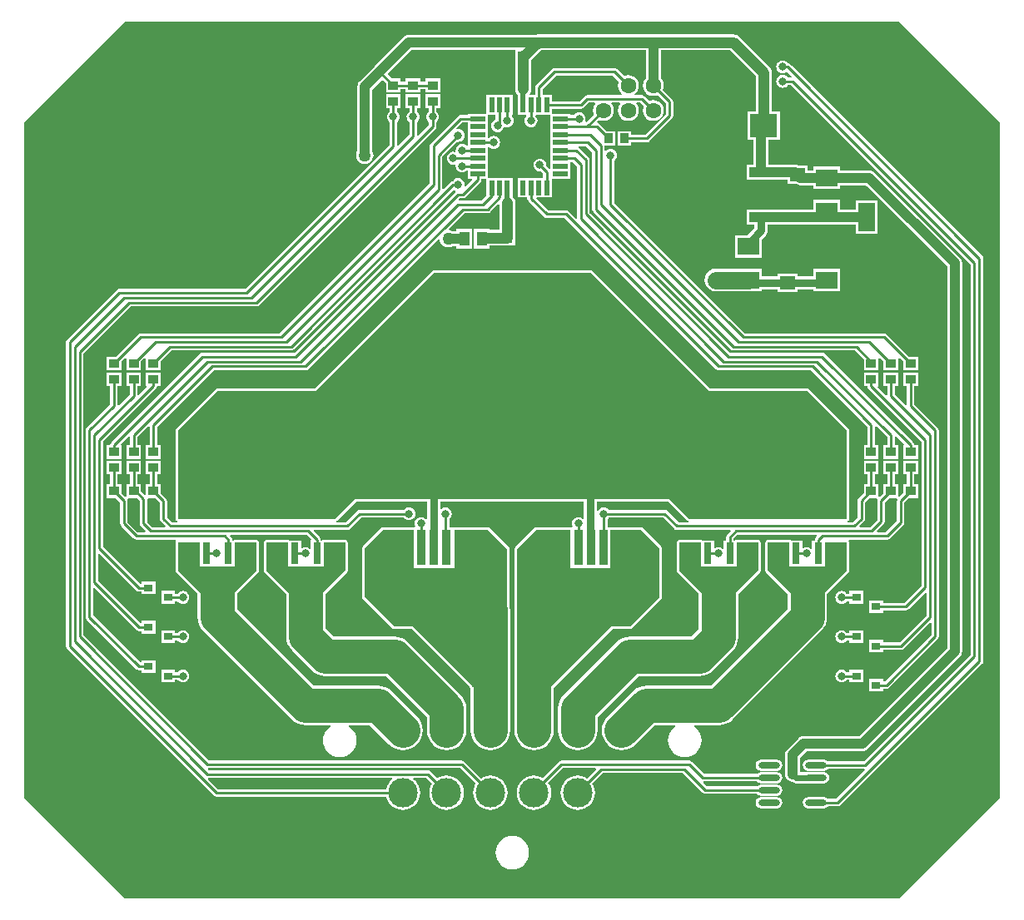
<source format=gtl>
G04 Layer_Physical_Order=1*
G04 Layer_Color=255*
%FSLAX25Y25*%
%MOIN*%
G70*
G01*
G75*
%ADD10R,0.10236X0.12598*%
%ADD11R,0.03937X0.03543*%
%ADD12R,0.03543X0.03150*%
%ADD13R,0.03347X0.13976*%
%ADD14R,0.39961X0.34252*%
%ADD15R,0.22835X0.25197*%
%ADD16R,0.03150X0.08661*%
%ADD17R,0.03543X0.03937*%
%ADD18R,0.04331X0.04331*%
%ADD19R,0.02165X0.05906*%
%ADD20R,0.05906X0.02165*%
%ADD21R,0.10906X0.09252*%
%ADD22R,0.06102X0.05315*%
%ADD23R,0.08661X0.07087*%
%ADD24R,0.06693X0.11417*%
%ADD25R,0.26772X0.21850*%
%ADD26R,0.09449X0.03937*%
%ADD27O,0.08661X0.02362*%
%ADD28R,0.04331X0.04331*%
%ADD29R,0.04449X0.05787*%
%ADD30C,0.00984*%
%ADD31C,0.03937*%
%ADD32C,0.02362*%
%ADD33C,0.07087*%
%ADD34C,0.03150*%
%ADD35C,0.04331*%
%ADD36C,0.02165*%
%ADD37C,0.13780*%
%ADD38C,0.30315*%
%ADD39C,0.11811*%
%ADD40C,0.15748*%
%ADD41C,0.06299*%
%ADD42C,0.03150*%
%ADD43C,0.05000*%
%ADD44C,0.02362*%
G36*
X392188Y312537D02*
Y41794D01*
X351907Y1513D01*
X41794D01*
X1513Y41794D01*
Y312537D01*
X41794Y352817D01*
X351907D01*
X392188Y312537D01*
D02*
G37*
%LPC*%
G36*
X305118Y337227D02*
X304450Y337139D01*
X303828Y336881D01*
X303293Y336471D01*
X302883Y335936D01*
X302625Y335314D01*
X302537Y334646D01*
X302625Y333978D01*
X302883Y333355D01*
X303293Y332821D01*
X303828Y332410D01*
X304450Y332153D01*
X305118Y332065D01*
X305786Y332153D01*
X306409Y332410D01*
X306853Y332751D01*
X308858Y330745D01*
X308651Y330245D01*
X307189D01*
X306943Y330565D01*
X306409Y330976D01*
X305786Y331233D01*
X305118Y331321D01*
X304450Y331233D01*
X303828Y330976D01*
X303293Y330565D01*
X302883Y330031D01*
X302625Y329408D01*
X302537Y328740D01*
X302625Y328072D01*
X302883Y327450D01*
X303293Y326915D01*
X303828Y326505D01*
X304450Y326247D01*
X305118Y326159D01*
X305786Y326247D01*
X306409Y326505D01*
X306943Y326915D01*
X307189Y327235D01*
X308432D01*
X331613Y304054D01*
X331613Y304054D01*
X380384Y255282D01*
Y99049D01*
X343424Y62088D01*
X343424Y62088D01*
X337585Y56249D01*
X323252D01*
X323215Y56305D01*
X322498Y56784D01*
X321654Y56952D01*
X315354D01*
X314509Y56784D01*
X313793Y56305D01*
X313315Y55589D01*
X313146Y54744D01*
X313315Y53899D01*
X313793Y53183D01*
X314509Y52704D01*
X315354Y52536D01*
X321654D01*
X322498Y52704D01*
X323215Y53183D01*
X323252Y53239D01*
X337805D01*
X338012Y52739D01*
X326522Y41249D01*
X323252D01*
X323215Y41305D01*
X322498Y41784D01*
X321654Y41952D01*
X315354D01*
X314509Y41784D01*
X313793Y41305D01*
X313315Y40589D01*
X313146Y39744D01*
X313315Y38899D01*
X313793Y38183D01*
X314509Y37704D01*
X315354Y37536D01*
X321654D01*
X322498Y37704D01*
X323215Y38183D01*
X323252Y38239D01*
X327146D01*
X327722Y38353D01*
X328210Y38680D01*
X384923Y95392D01*
X385249Y95881D01*
X385364Y96457D01*
Y257874D01*
X385249Y258450D01*
X384923Y258938D01*
X308151Y335710D01*
X307663Y336036D01*
X307207Y336127D01*
X306943Y336471D01*
X306409Y336881D01*
X305786Y337139D01*
X305118Y337227D01*
D02*
G37*
G36*
X196949Y323228D02*
X186516D01*
Y315846D01*
X179134D01*
Y315285D01*
X175984D01*
X175408Y315170D01*
X174920Y314844D01*
X164290Y304214D01*
X163964Y303726D01*
X163849Y303150D01*
Y288025D01*
X103707Y227883D01*
X48031D01*
X47455Y227769D01*
X46967Y227442D01*
X38029Y218504D01*
X34449D01*
Y212992D01*
X40354D01*
Y216572D01*
X41823Y218040D01*
X42323Y217833D01*
Y212992D01*
X48228D01*
Y216572D01*
X49697Y218040D01*
X50197Y217833D01*
Y212992D01*
X56102D01*
Y216572D01*
X60466Y220936D01*
X108268D01*
X108844Y221050D01*
X109332Y221376D01*
X173462Y285507D01*
X173906Y285166D01*
X174079Y285095D01*
X174135Y284530D01*
X174132Y284529D01*
X109613Y220009D01*
X72835D01*
X72259Y219895D01*
X71770Y219568D01*
X36337Y184135D01*
X36011Y183647D01*
X35896Y183071D01*
X34449D01*
Y177559D01*
X40354D01*
Y183071D01*
X40184D01*
X39992Y183533D01*
X43270Y186811D01*
X43770Y186604D01*
Y183071D01*
X42323D01*
Y177559D01*
X48228D01*
Y183071D01*
X46781D01*
Y186384D01*
X51144Y190748D01*
X51644Y190541D01*
Y183071D01*
X50197D01*
Y177559D01*
X56102D01*
Y183071D01*
X54655D01*
Y190321D01*
X77395Y213062D01*
X114173D01*
X114749Y213176D01*
X115238Y213503D01*
X167269Y265534D01*
X167797Y265355D01*
X167865Y264839D01*
X168216Y263991D01*
X168775Y263263D01*
X169503Y262704D01*
X170350Y262353D01*
X171260Y262234D01*
X172169Y262353D01*
X173017Y262704D01*
X173102Y262770D01*
X174409D01*
Y261870D01*
X180827D01*
Y269626D01*
X174409D01*
Y268726D01*
X173102D01*
X173017Y268792D01*
X172169Y269143D01*
X171653Y269211D01*
X171474Y269739D01*
X177789Y276054D01*
X187008D01*
X187584Y276168D01*
X188072Y276495D01*
X191243Y279665D01*
X191705Y279474D01*
Y275984D01*
Y269319D01*
X187795D01*
Y269626D01*
X181378D01*
Y261870D01*
X187795D01*
Y262965D01*
X194882D01*
X195088Y262992D01*
X198031D01*
Y265935D01*
X198059Y266142D01*
Y275984D01*
Y280283D01*
X197950Y281105D01*
X197633Y281871D01*
X197128Y282529D01*
X196989Y282636D01*
Y286221D01*
X196949Y286424D01*
Y290158D01*
X187008D01*
Y292815D01*
Y295965D01*
Y299114D01*
Y302384D01*
X187508Y302554D01*
X187545Y302506D01*
X188080Y302095D01*
X188702Y301837D01*
X189370Y301750D01*
X190038Y301837D01*
X190661Y302095D01*
X191195Y302506D01*
X191605Y303040D01*
X191863Y303663D01*
X191951Y304331D01*
X191863Y304999D01*
X191605Y305621D01*
X191195Y306156D01*
X190661Y306566D01*
X190038Y306824D01*
X189370Y306912D01*
X188702Y306824D01*
X188080Y306566D01*
X187545Y306156D01*
X187508Y306107D01*
X187008Y306277D01*
Y308563D01*
Y311713D01*
Y315354D01*
X190227D01*
Y313496D01*
X189654Y313259D01*
X189120Y312849D01*
X188710Y312314D01*
X188452Y311692D01*
X188364Y311024D01*
X188452Y310356D01*
X188710Y309733D01*
X189120Y309198D01*
X189654Y308788D01*
X190277Y308530D01*
X190945Y308442D01*
X191613Y308530D01*
X192235Y308788D01*
X192770Y309198D01*
X193180Y309733D01*
X193438Y310356D01*
X193974Y310598D01*
X194214Y310499D01*
X194882Y310411D01*
X195550Y310499D01*
X196172Y310757D01*
X196707Y311167D01*
X197117Y311702D01*
X197375Y312324D01*
X197463Y312992D01*
X197375Y313660D01*
X197117Y314283D01*
X196707Y314817D01*
X196659Y314854D01*
X196828Y315354D01*
X196949D01*
Y323228D01*
D02*
G37*
G36*
X167913Y323622D02*
X162008D01*
Y318110D01*
X163455D01*
Y316637D01*
X163136Y316392D01*
X162725Y315858D01*
X162468Y315235D01*
X162380Y314567D01*
X162468Y313899D01*
X162725Y313276D01*
X163136Y312742D01*
X163455Y312496D01*
Y311253D01*
X159092Y306890D01*
X158592Y307097D01*
Y312496D01*
X158912Y312742D01*
X159322Y313276D01*
X159580Y313899D01*
X159668Y314567D01*
X159580Y315235D01*
X159322Y315858D01*
X158912Y316392D01*
X158592Y316637D01*
Y318110D01*
X160039D01*
Y323622D01*
X154134D01*
Y318110D01*
X155581D01*
Y316637D01*
X155262Y316392D01*
X154851Y315858D01*
X154593Y315235D01*
X154506Y314567D01*
X154593Y313899D01*
X154851Y313276D01*
X155262Y312742D01*
X155581Y312496D01*
Y307316D01*
X151218Y302953D01*
X150718Y303160D01*
Y312496D01*
X151038Y312742D01*
X151448Y313276D01*
X151706Y313899D01*
X151794Y314567D01*
X151706Y315235D01*
X151448Y315858D01*
X151038Y316392D01*
X150718Y316637D01*
Y318110D01*
X152165D01*
Y323622D01*
X146260D01*
Y318110D01*
X147707D01*
Y316637D01*
X147388Y316392D01*
X146977Y315858D01*
X146719Y315235D01*
X146632Y314567D01*
X146719Y313899D01*
X146977Y313276D01*
X147388Y312742D01*
X147707Y312496D01*
Y303379D01*
X89928Y245600D01*
X39370D01*
X38794Y245485D01*
X38306Y245159D01*
X18621Y225474D01*
X18294Y224986D01*
X18180Y224410D01*
Y102362D01*
X18294Y101786D01*
X18621Y101298D01*
X77298Y42621D01*
X77786Y42294D01*
X78362Y42180D01*
X146313D01*
X146660Y41036D01*
X147300Y39839D01*
X148161Y38790D01*
X149210Y37929D01*
X150407Y37289D01*
X151706Y36895D01*
X153056Y36762D01*
X154407Y36895D01*
X155706Y37289D01*
X156903Y37929D01*
X157952Y38790D01*
X158813Y39839D01*
X159452Y41036D01*
X159846Y42334D01*
X159979Y43685D01*
X159846Y45036D01*
X159452Y46334D01*
X158813Y47531D01*
X157952Y48580D01*
X157226Y49176D01*
X157405Y49676D01*
X162437D01*
X164724Y47389D01*
X164160Y46334D01*
X163766Y45036D01*
X163633Y43685D01*
X163766Y42334D01*
X164160Y41036D01*
X164800Y39839D01*
X165661Y38790D01*
X166710Y37929D01*
X167907Y37289D01*
X169206Y36895D01*
X170556Y36762D01*
X171907Y36895D01*
X173206Y37289D01*
X174403Y37929D01*
X175452Y38790D01*
X176313Y39839D01*
X176952Y41036D01*
X177346Y42334D01*
X177479Y43685D01*
X177346Y45036D01*
X176952Y46334D01*
X176313Y47531D01*
X175452Y48580D01*
X174403Y49441D01*
X173206Y50081D01*
X171907Y50475D01*
X170556Y50608D01*
X169206Y50475D01*
X167907Y50081D01*
X166853Y49518D01*
X164125Y52245D01*
X163636Y52572D01*
X163060Y52686D01*
X75427D01*
X75000Y53113D01*
X75207Y53613D01*
X176000D01*
X182224Y47389D01*
X181660Y46334D01*
X181266Y45036D01*
X181133Y43685D01*
X181266Y42334D01*
X181660Y41036D01*
X182300Y39839D01*
X183161Y38790D01*
X184210Y37929D01*
X185407Y37289D01*
X186706Y36895D01*
X188056Y36762D01*
X189407Y36895D01*
X190706Y37289D01*
X191903Y37929D01*
X192952Y38790D01*
X193813Y39839D01*
X194452Y41036D01*
X194846Y42334D01*
X194979Y43685D01*
X194846Y45036D01*
X194452Y46334D01*
X193813Y47531D01*
X192952Y48580D01*
X191903Y49441D01*
X190706Y50081D01*
X189407Y50475D01*
X188056Y50608D01*
X186706Y50475D01*
X185407Y50081D01*
X184353Y49518D01*
X177688Y56182D01*
X177199Y56509D01*
X176623Y56623D01*
X75427D01*
X25127Y106923D01*
Y219849D01*
X43931Y238652D01*
X94488D01*
X95064Y238767D01*
X95553Y239093D01*
X166025Y309565D01*
X166351Y310054D01*
X166466Y310630D01*
Y312496D01*
X166786Y312742D01*
X167196Y313276D01*
X167454Y313899D01*
X167542Y314567D01*
X167454Y315235D01*
X167196Y315858D01*
X166786Y316392D01*
X166466Y316637D01*
Y318110D01*
X167913D01*
Y323622D01*
D02*
G37*
G36*
X328150Y281299D02*
X317520D01*
Y277466D01*
X296457D01*
X296263Y277441D01*
X290748D01*
Y271535D01*
X293876D01*
Y269967D01*
X291035Y267126D01*
X286024D01*
Y258071D01*
X296654D01*
Y265444D01*
X298282Y267073D01*
X298692Y267607D01*
X298950Y268230D01*
X299038Y268898D01*
Y271510D01*
X334252D01*
Y267618D01*
X342913D01*
Y281004D01*
X334252D01*
Y277466D01*
X328150D01*
Y281299D01*
D02*
G37*
G36*
X291339Y253779D02*
X278346D01*
X277165Y253624D01*
X276063Y253167D01*
X275117Y252442D01*
X274392Y251496D01*
X273935Y250395D01*
X273780Y249213D01*
X273935Y248031D01*
X274392Y246929D01*
X275117Y245984D01*
X276063Y245258D01*
X277165Y244802D01*
X278346Y244646D01*
X291339D01*
X291635Y244685D01*
X296654D01*
Y245450D01*
X303051D01*
Y244390D01*
X311122D01*
Y245450D01*
X317520D01*
Y244685D01*
X328150D01*
Y253740D01*
X317520D01*
Y250613D01*
X311122D01*
Y251673D01*
X303051D01*
Y250613D01*
X296654D01*
Y253740D01*
X291635D01*
X291339Y253779D01*
D02*
G37*
G36*
X56102Y212205D02*
X50197D01*
Y206693D01*
X50367D01*
X50559Y206231D01*
X47281Y202953D01*
X46781Y203160D01*
Y206693D01*
X48228D01*
Y212205D01*
X42323D01*
Y206693D01*
X43770D01*
Y203379D01*
X39407Y199016D01*
X38907Y199223D01*
Y206693D01*
X40354D01*
Y212205D01*
X34449D01*
Y206693D01*
X35896D01*
Y199442D01*
X26495Y190041D01*
X26168Y189552D01*
X26054Y188976D01*
Y114173D01*
X26168Y113597D01*
X26495Y113109D01*
X46376Y93227D01*
X46865Y92901D01*
X47441Y92786D01*
X48425D01*
Y91732D01*
X53937D01*
Y96850D01*
X48425D01*
Y96133D01*
X47925Y95936D01*
X29064Y114797D01*
Y125634D01*
X29526Y125825D01*
X46376Y108975D01*
X46865Y108649D01*
X47441Y108534D01*
X48425D01*
Y107480D01*
X53937D01*
Y112598D01*
X48425D01*
Y111881D01*
X47925Y111684D01*
X31033Y128576D01*
Y139413D01*
X31495Y139605D01*
X46376Y124723D01*
X46865Y124397D01*
X47441Y124282D01*
X48425D01*
Y123228D01*
X53937D01*
Y128347D01*
X48425D01*
Y127629D01*
X47925Y127432D01*
X33001Y142356D01*
Y184416D01*
X54214Y205628D01*
X54540Y206117D01*
X54655Y206693D01*
X56102D01*
Y212205D01*
D02*
G37*
G36*
X359252D02*
X353346D01*
Y206693D01*
X354794D01*
Y199223D01*
X354294Y199016D01*
X349931Y203379D01*
Y206693D01*
X351378D01*
Y212205D01*
X345472D01*
Y206693D01*
X346920D01*
Y203160D01*
X346420Y202953D01*
X343142Y206231D01*
X343333Y206693D01*
X343504D01*
Y212205D01*
X337598D01*
Y206693D01*
X339046D01*
X339160Y206117D01*
X339487Y205628D01*
X360699Y184416D01*
Y126608D01*
X353904Y119812D01*
X345276D01*
Y120866D01*
X339764D01*
Y115748D01*
X345276D01*
Y116802D01*
X354528D01*
X355104Y116916D01*
X355592Y117243D01*
X362206Y123857D01*
X362668Y123665D01*
Y114797D01*
X351936Y104064D01*
X345276D01*
Y105118D01*
X339764D01*
Y100000D01*
X345276D01*
Y101054D01*
X352559D01*
X353135Y101168D01*
X353624Y101495D01*
X364175Y112046D01*
X364636Y111854D01*
Y106923D01*
X346030Y88316D01*
X345276D01*
Y89370D01*
X339764D01*
Y84252D01*
X345276D01*
Y85306D01*
X346654D01*
X347230Y85420D01*
X347718Y85747D01*
X367206Y105235D01*
X367532Y105723D01*
X367647Y106299D01*
Y188976D01*
X367532Y189552D01*
X367206Y190041D01*
X357804Y199442D01*
Y206693D01*
X359252D01*
Y212205D01*
D02*
G37*
G36*
X228346Y252972D02*
X165354Y252972D01*
X164970Y252896D01*
X164645Y252678D01*
X117695Y205728D01*
X78740Y205728D01*
X78356Y205651D01*
X78031Y205434D01*
X62283Y189686D01*
X62065Y189360D01*
X61989Y188976D01*
X61989Y153543D01*
X62065Y153159D01*
X62283Y152834D01*
X62608Y152616D01*
X62710Y152596D01*
X62661Y152096D01*
X60663D01*
X58592Y154167D01*
Y160630D01*
X58477Y161206D01*
X58151Y161694D01*
X56102Y163743D01*
Y167323D01*
X54655D01*
Y171260D01*
X56102D01*
Y176772D01*
X50197D01*
Y171260D01*
X51644D01*
Y167323D01*
X50197D01*
Y163215D01*
X49735Y163024D01*
X48228Y164530D01*
Y167323D01*
X46781D01*
Y171260D01*
X48228D01*
Y176772D01*
X42323D01*
Y171260D01*
X43770D01*
Y167323D01*
X42323D01*
Y162482D01*
X41823Y162275D01*
X40354Y163743D01*
Y167323D01*
X38907D01*
Y171260D01*
X40354D01*
Y176772D01*
X34449D01*
Y171260D01*
X35896D01*
Y167323D01*
X34449D01*
Y161811D01*
X38029D01*
X39833Y160006D01*
Y151575D01*
X39948Y150999D01*
X40274Y150510D01*
X45195Y145589D01*
X45684Y145263D01*
X46260Y145148D01*
X61957D01*
X61974Y145131D01*
X62178Y144648D01*
X62065Y144478D01*
X61989Y144095D01*
Y132677D01*
X62065Y132293D01*
X62283Y131968D01*
X70828Y123422D01*
Y114173D01*
X70980Y112630D01*
X71430Y111145D01*
X72162Y109777D01*
X73146Y108579D01*
X108579Y73146D01*
X109777Y72162D01*
X111145Y71430D01*
X112630Y70980D01*
X114173Y70828D01*
X114173Y70828D01*
X124066D01*
X124188Y70343D01*
X124064Y70277D01*
X123045Y69441D01*
X122208Y68421D01*
X121587Y67259D01*
X121204Y65997D01*
X121075Y64685D01*
X121204Y63373D01*
X121587Y62111D01*
X122208Y60949D01*
X123045Y59930D01*
X124064Y59093D01*
X125227Y58472D01*
X126488Y58089D01*
X127800Y57960D01*
X129112Y58089D01*
X130374Y58472D01*
X131537Y59093D01*
X132556Y59930D01*
X133392Y60949D01*
X134014Y62111D01*
X134397Y63373D01*
X134526Y64685D01*
X134397Y65997D01*
X134014Y67259D01*
X133392Y68421D01*
X132556Y69441D01*
X131537Y70277D01*
X131413Y70343D01*
X131535Y70828D01*
X139724D01*
X147462Y63090D01*
X148661Y62106D01*
X150029Y61375D01*
X151513Y60925D01*
X153056Y60773D01*
X154600Y60925D01*
X156084Y61375D01*
X157452Y62106D01*
X158651Y63090D01*
X159635Y64289D01*
X160366Y65657D01*
X160816Y67141D01*
X160968Y68685D01*
X160816Y70229D01*
X160366Y71713D01*
X159635Y73081D01*
X158651Y74280D01*
X148596Y84335D01*
X147397Y85319D01*
X146029Y86050D01*
X144545Y86500D01*
X143001Y86652D01*
X117450D01*
X86652Y117450D01*
Y123422D01*
X95198Y131968D01*
X95415Y132293D01*
X95492Y132677D01*
Y144095D01*
X95415Y144478D01*
X95198Y144804D01*
X94872Y145022D01*
X94488Y145098D01*
X85827D01*
X85443Y145022D01*
X85234Y144882D01*
X84734D01*
Y145118D01*
X84619Y145694D01*
X84293Y146183D01*
X83820Y146655D01*
X84012Y147117D01*
X114534D01*
X116307Y145344D01*
X116116Y144882D01*
X116102D01*
Y141791D01*
X115602Y141545D01*
X115267Y141802D01*
X114644Y142060D01*
X113976Y142148D01*
X113308Y142060D01*
X112744Y141826D01*
X112297Y141994D01*
X112244Y142020D01*
Y144882D01*
X107680D01*
X107471Y145022D01*
X107087Y145098D01*
X98425D01*
X98041Y145022D01*
X97716Y144804D01*
X97498Y144478D01*
X97422Y144095D01*
Y132677D01*
X97498Y132293D01*
X97716Y131967D01*
X106261Y123422D01*
Y106299D01*
X106413Y104756D01*
X106863Y103271D01*
X107595Y101903D01*
X108579Y100705D01*
X116453Y92830D01*
X117651Y91847D01*
X119019Y91115D01*
X120504Y90665D01*
X122047Y90513D01*
X146329D01*
X162644Y74198D01*
Y68685D01*
X162796Y67141D01*
X163247Y65657D01*
X163978Y64289D01*
X164962Y63090D01*
X166161Y62106D01*
X167528Y61375D01*
X169013Y60925D01*
X170556Y60773D01*
X172100Y60925D01*
X173584Y61375D01*
X174952Y62106D01*
X176151Y63090D01*
X177135Y64289D01*
X177866Y65657D01*
X178316Y67141D01*
X178468Y68685D01*
Y77475D01*
X178316Y79019D01*
X177866Y80503D01*
X177135Y81871D01*
X176151Y83070D01*
X176151Y83070D01*
X155201Y104020D01*
X154002Y105004D01*
X152634Y105735D01*
X151150Y106185D01*
X149606Y106337D01*
X125324D01*
X122085Y109576D01*
Y123422D01*
X130631Y131968D01*
X130848Y132293D01*
X130925Y132677D01*
Y144095D01*
X130848Y144478D01*
X130631Y144804D01*
X130305Y145022D01*
X129921Y145098D01*
X121260D01*
X120876Y145022D01*
X120667Y144882D01*
X120167D01*
Y145118D01*
X120052Y145694D01*
X119726Y146183D01*
X117285Y148623D01*
X117476Y149085D01*
X130905D01*
X131482Y149200D01*
X131970Y149526D01*
X136450Y154007D01*
X153441D01*
X153687Y153687D01*
X154221Y153277D01*
X154844Y153019D01*
X155512Y152931D01*
X156180Y153019D01*
X156802Y153277D01*
X157337Y153687D01*
X157747Y154221D01*
X158005Y154844D01*
X158093Y155512D01*
X158005Y156180D01*
X157747Y156802D01*
X157337Y157337D01*
X156802Y157747D01*
X156180Y158005D01*
X155512Y158093D01*
X154844Y158005D01*
X154221Y157747D01*
X153687Y157337D01*
X153441Y157017D01*
X135827D01*
X135251Y156903D01*
X134762Y156576D01*
X130282Y152096D01*
X126315D01*
X126266Y152596D01*
X126368Y152616D01*
X126694Y152834D01*
X134274Y160414D01*
X144390D01*
Y160236D01*
X162773D01*
Y153487D01*
X162273Y153317D01*
X162180Y153439D01*
X161645Y153849D01*
X161022Y154107D01*
X160354Y154195D01*
X159686Y154107D01*
X159064Y153849D01*
X158529Y153439D01*
X158119Y152905D01*
X157861Y152282D01*
X157773Y151614D01*
X157861Y150946D01*
X158004Y150602D01*
X157635Y150185D01*
X157480Y150216D01*
X145276D01*
X144892Y150140D01*
X144566Y149922D01*
X137086Y142442D01*
X136868Y142116D01*
X136792Y141732D01*
Y122047D01*
X136868Y121663D01*
X137086Y121338D01*
X148897Y109527D01*
X149222Y109309D01*
X149606Y109233D01*
X156671D01*
X180144Y85759D01*
Y68685D01*
X180296Y67141D01*
X180746Y65657D01*
X181478Y64289D01*
X182462Y63090D01*
X183661Y62106D01*
X185029Y61375D01*
X186513Y60925D01*
X188056Y60773D01*
X189600Y60925D01*
X191084Y61375D01*
X192452Y62106D01*
X193651Y63090D01*
X194635Y64289D01*
X195366Y65657D01*
X195816Y67141D01*
X195968Y68685D01*
Y117190D01*
X195885Y118033D01*
Y141339D01*
X195809Y141723D01*
X195591Y142048D01*
X187717Y149922D01*
X187392Y150140D01*
X187008Y150216D01*
X173622D01*
X173238Y150140D01*
X173176Y150098D01*
X171584D01*
Y153441D01*
X171904Y153687D01*
X172314Y154221D01*
X172572Y154844D01*
X172660Y155512D01*
X172572Y156180D01*
X172314Y156802D01*
X171904Y157337D01*
X171369Y157747D01*
X170747Y158005D01*
X170079Y158093D01*
X169411Y158005D01*
X168788Y157747D01*
X168436Y157476D01*
X167936Y157710D01*
Y160236D01*
X186319D01*
Y160414D01*
X207382Y160414D01*
Y160236D01*
X225569D01*
Y153676D01*
X225068Y153518D01*
X224637Y153849D01*
X224014Y154107D01*
X223346Y154195D01*
X222678Y154107D01*
X222056Y153849D01*
X221521Y153439D01*
X221111Y152905D01*
X220853Y152282D01*
X220765Y151614D01*
X220853Y150946D01*
X220997Y150598D01*
X220833Y150337D01*
X220375Y150140D01*
X219990Y150216D01*
X206605D01*
X206221Y150140D01*
X205895Y149922D01*
X198021Y142048D01*
X197804Y141723D01*
X197727Y141339D01*
Y118121D01*
X197644Y117278D01*
Y68685D01*
X197796Y67141D01*
X198247Y65657D01*
X198978Y64289D01*
X199962Y63090D01*
X201161Y62106D01*
X202529Y61375D01*
X204013Y60925D01*
X205556Y60773D01*
X207100Y60925D01*
X208584Y61375D01*
X209952Y62106D01*
X211151Y63090D01*
X212135Y64289D01*
X212866Y65657D01*
X213316Y67141D01*
X213468Y68685D01*
Y85759D01*
X236942Y109233D01*
X244006D01*
X244390Y109309D01*
X244716Y109527D01*
X256527Y121338D01*
X256745Y121663D01*
X256821Y122047D01*
Y141732D01*
X256745Y142116D01*
X256527Y142442D01*
X249047Y149922D01*
X248721Y150140D01*
X248337Y150216D01*
X236132D01*
X235748Y150140D01*
X235686Y150098D01*
X234970D01*
Y153441D01*
X235290Y153687D01*
X235535Y154007D01*
X257250D01*
X261731Y149526D01*
X262219Y149200D01*
X262795Y149085D01*
X284098D01*
X284290Y148623D01*
X282951Y147285D01*
X282625Y146797D01*
X282510Y146221D01*
Y144882D01*
X281457D01*
Y141791D01*
X280957Y141545D01*
X280621Y141802D01*
X279999Y142060D01*
X279331Y142148D01*
X278663Y142060D01*
X278098Y141826D01*
X277652Y141994D01*
X277598Y142020D01*
Y144882D01*
X273034D01*
X272825Y145022D01*
X272441Y145098D01*
X263779D01*
X263396Y145022D01*
X263070Y144804D01*
X262852Y144478D01*
X262776Y144095D01*
Y132677D01*
X262852Y132293D01*
X263070Y131967D01*
X271527Y123510D01*
Y109488D01*
X268376Y106337D01*
X244006D01*
X242463Y106185D01*
X240979Y105735D01*
X239611Y105004D01*
X238412Y104020D01*
X238411Y104020D01*
X217462Y83070D01*
X216478Y81871D01*
X215746Y80503D01*
X215296Y79019D01*
X215144Y77475D01*
Y68685D01*
X215296Y67141D01*
X215746Y65657D01*
X216478Y64289D01*
X217462Y63090D01*
X218661Y62106D01*
X220028Y61375D01*
X221513Y60925D01*
X223056Y60773D01*
X224600Y60925D01*
X226084Y61375D01*
X227452Y62106D01*
X228651Y63090D01*
X229635Y64289D01*
X230366Y65657D01*
X230816Y67141D01*
X230968Y68685D01*
Y74198D01*
X247284Y90513D01*
X271654D01*
X273197Y90665D01*
X274681Y91115D01*
X276049Y91847D01*
X277248Y92830D01*
X285034Y100616D01*
X285034Y100616D01*
X286018Y101815D01*
X286749Y103183D01*
X287199Y104667D01*
X287351Y106211D01*
X287351Y106211D01*
Y123334D01*
X295985Y131968D01*
X296203Y132293D01*
X296279Y132677D01*
Y144095D01*
X296203Y144478D01*
X295985Y144804D01*
X295660Y145022D01*
X295276Y145098D01*
X286614D01*
X286230Y145022D01*
X286021Y144882D01*
X285521D01*
Y145597D01*
X287041Y147117D01*
X318665D01*
X318857Y146655D01*
X318384Y146183D01*
X318058Y145694D01*
X317944Y145118D01*
Y144882D01*
X316890D01*
Y141791D01*
X316390Y141545D01*
X316054Y141802D01*
X315432Y142060D01*
X314764Y142148D01*
X314096Y142060D01*
X313531Y141826D01*
X313085Y141994D01*
X313032Y142020D01*
Y144882D01*
X308467D01*
X308258Y145022D01*
X307874Y145098D01*
X299213D01*
X298829Y145022D01*
X298503Y144804D01*
X298285Y144478D01*
X298209Y144095D01*
Y132677D01*
X298285Y132293D01*
X298503Y131967D01*
X307049Y123422D01*
Y117450D01*
X276250Y86652D01*
X250611D01*
X250611Y86652D01*
X249068Y86500D01*
X247584Y86050D01*
X246216Y85319D01*
X245017Y84335D01*
X245017Y84335D01*
X234962Y74280D01*
X233978Y73081D01*
X233246Y71713D01*
X232796Y70229D01*
X232644Y68685D01*
X232796Y67141D01*
X233246Y65657D01*
X233978Y64289D01*
X234962Y63090D01*
X236161Y62106D01*
X237528Y61375D01*
X239013Y60925D01*
X240556Y60773D01*
X242100Y60925D01*
X243584Y61375D01*
X244952Y62106D01*
X246151Y63090D01*
X253889Y70828D01*
X262166D01*
X262288Y70343D01*
X262164Y70277D01*
X261145Y69441D01*
X260309Y68421D01*
X259687Y67259D01*
X259304Y65997D01*
X259175Y64685D01*
X259304Y63373D01*
X259687Y62111D01*
X260309Y60949D01*
X261145Y59930D01*
X262164Y59093D01*
X263327Y58472D01*
X264588Y58089D01*
X265900Y57960D01*
X267212Y58089D01*
X268474Y58472D01*
X269637Y59093D01*
X270656Y59930D01*
X271492Y60949D01*
X272114Y62111D01*
X272497Y63373D01*
X272626Y64685D01*
X272497Y65997D01*
X272114Y67259D01*
X271492Y68421D01*
X270656Y69441D01*
X269637Y70277D01*
X269513Y70343D01*
X269635Y70828D01*
X279528D01*
X281071Y70980D01*
X282555Y71430D01*
X283923Y72162D01*
X285122Y73146D01*
X320555Y108579D01*
X321539Y109777D01*
X322270Y111145D01*
X322721Y112630D01*
X322873Y114173D01*
X322873Y114173D01*
Y123422D01*
X331418Y131968D01*
X331636Y132293D01*
X331712Y132677D01*
Y144095D01*
X331636Y144478D01*
X331522Y144648D01*
X331727Y145131D01*
X331744Y145148D01*
X347047D01*
X347623Y145263D01*
X348112Y145589D01*
X353427Y150904D01*
X353753Y151392D01*
X353868Y151969D01*
Y160006D01*
X355672Y161811D01*
X359252D01*
Y167323D01*
X357804D01*
Y171260D01*
X359252D01*
Y176772D01*
X353346D01*
Y171260D01*
X354794D01*
Y167323D01*
X353346D01*
Y163743D01*
X351878Y162275D01*
X351378Y162482D01*
Y167323D01*
X349931D01*
Y171260D01*
X351378D01*
Y176772D01*
X345472D01*
Y171260D01*
X346920D01*
Y167323D01*
X345472D01*
Y163743D01*
X344004Y162275D01*
X343504Y162482D01*
Y167323D01*
X342056D01*
Y171260D01*
X343504D01*
Y176772D01*
X337598D01*
Y171260D01*
X339046D01*
Y167323D01*
X337598D01*
Y163743D01*
X335550Y161694D01*
X335224Y161206D01*
X335109Y160630D01*
Y154167D01*
X333038Y152096D01*
X331040D01*
X330991Y152596D01*
X331093Y152616D01*
X331418Y152834D01*
X331636Y153159D01*
X331712Y153543D01*
X331712Y188976D01*
X331636Y189360D01*
X331418Y189686D01*
X315670Y205434D01*
X315345Y205652D01*
X314961Y205728D01*
X276006Y205728D01*
X229056Y252678D01*
X228731Y252896D01*
X228346Y252972D01*
D02*
G37*
G36*
X64961Y124628D02*
X64293Y124540D01*
X63670Y124283D01*
X63135Y123872D01*
X62890Y123553D01*
X61811D01*
Y124606D01*
X56299D01*
Y119488D01*
X61811D01*
Y120542D01*
X62890D01*
X63135Y120222D01*
X63670Y119812D01*
X64293Y119554D01*
X64961Y119466D01*
X65629Y119554D01*
X66251Y119812D01*
X66786Y120222D01*
X67196Y120757D01*
X67454Y121379D01*
X67542Y122047D01*
X67454Y122715D01*
X67196Y123338D01*
X66786Y123872D01*
X66251Y124283D01*
X65629Y124540D01*
X64961Y124628D01*
D02*
G37*
G36*
X328740Y124628D02*
X328072Y124540D01*
X327450Y124283D01*
X326915Y123872D01*
X326505Y123338D01*
X326247Y122715D01*
X326159Y122047D01*
X326247Y121379D01*
X326505Y120757D01*
X326915Y120222D01*
X327450Y119812D01*
X328072Y119554D01*
X328740Y119466D01*
X329408Y119554D01*
X330031Y119812D01*
X330565Y120222D01*
X330811Y120542D01*
X331890D01*
Y119488D01*
X337402D01*
Y124606D01*
X331890D01*
Y123553D01*
X330811D01*
X330565Y123872D01*
X330031Y124283D01*
X329408Y124540D01*
X328740Y124628D01*
D02*
G37*
G36*
X64961Y108880D02*
X64293Y108792D01*
X63670Y108535D01*
X63135Y108124D01*
X62890Y107805D01*
X61811D01*
Y108858D01*
X56299D01*
Y103740D01*
X61811D01*
Y104794D01*
X62890D01*
X63135Y104474D01*
X63670Y104064D01*
X64293Y103806D01*
X64961Y103718D01*
X65629Y103806D01*
X66251Y104064D01*
X66786Y104474D01*
X67196Y105009D01*
X67454Y105631D01*
X67542Y106299D01*
X67454Y106967D01*
X67196Y107590D01*
X66786Y108124D01*
X66251Y108535D01*
X65629Y108792D01*
X64961Y108880D01*
D02*
G37*
G36*
X328740Y108880D02*
X328072Y108792D01*
X327450Y108535D01*
X326915Y108124D01*
X326505Y107590D01*
X326247Y106967D01*
X326159Y106299D01*
X326247Y105631D01*
X326505Y105009D01*
X326915Y104474D01*
X327450Y104064D01*
X328072Y103806D01*
X328740Y103718D01*
X329408Y103806D01*
X330031Y104064D01*
X330565Y104474D01*
X330811Y104794D01*
X331890D01*
Y103740D01*
X337402D01*
Y108858D01*
X331890D01*
Y107805D01*
X330811D01*
X330565Y108124D01*
X330031Y108535D01*
X329408Y108792D01*
X328740Y108880D01*
D02*
G37*
G36*
X64961Y93132D02*
X64293Y93044D01*
X63670Y92787D01*
X63135Y92376D01*
X62890Y92057D01*
X61811D01*
Y93110D01*
X56299D01*
Y87992D01*
X61811D01*
Y89046D01*
X62890D01*
X63135Y88726D01*
X63670Y88316D01*
X64293Y88058D01*
X64961Y87970D01*
X65629Y88058D01*
X66251Y88316D01*
X66786Y88726D01*
X67196Y89261D01*
X67454Y89883D01*
X67542Y90551D01*
X67454Y91219D01*
X67196Y91842D01*
X66786Y92376D01*
X66251Y92787D01*
X65629Y93044D01*
X64961Y93132D01*
D02*
G37*
G36*
X328740D02*
X328072Y93044D01*
X327450Y92787D01*
X326915Y92376D01*
X326505Y91842D01*
X326247Y91219D01*
X326159Y90551D01*
X326247Y89883D01*
X326505Y89261D01*
X326915Y88726D01*
X327450Y88316D01*
X328072Y88058D01*
X328740Y87970D01*
X329408Y88058D01*
X330031Y88316D01*
X330565Y88726D01*
X330811Y89046D01*
X331890D01*
Y87992D01*
X337402D01*
Y93110D01*
X331890D01*
Y92057D01*
X330811D01*
X330565Y92376D01*
X330031Y92787D01*
X329408Y93044D01*
X328740Y93132D01*
D02*
G37*
G36*
X285433Y347665D02*
X207087D01*
X206264Y347557D01*
X206046Y347466D01*
X155512D01*
X154741Y347365D01*
X154023Y347067D01*
X153406Y346594D01*
X153406Y346594D01*
X141595Y334783D01*
X141595Y334783D01*
X135689Y328878D01*
X135216Y328261D01*
X134918Y327542D01*
X134817Y326772D01*
Y301055D01*
X134752Y300970D01*
X134401Y300122D01*
X134281Y299213D01*
X134401Y298303D01*
X134752Y297455D01*
X135310Y296728D01*
X136038Y296169D01*
X136886Y295818D01*
X137795Y295698D01*
X138705Y295818D01*
X139552Y296169D01*
X140280Y296728D01*
X140839Y297455D01*
X141190Y298303D01*
X141310Y299213D01*
X141190Y300122D01*
X140839Y300970D01*
X140773Y301055D01*
Y325538D01*
X144742Y329507D01*
X146260Y327989D01*
Y324410D01*
X152165D01*
Y325660D01*
X154134D01*
Y324410D01*
X160039D01*
Y325660D01*
X162008D01*
Y324410D01*
X167913D01*
Y329921D01*
X162008D01*
Y328671D01*
X160039D01*
Y329921D01*
X154134D01*
Y328671D01*
X152165D01*
Y329921D01*
X148585D01*
X146871Y331636D01*
X156745Y341510D01*
X198031D01*
Y338789D01*
X198004Y338583D01*
Y328740D01*
X198004Y325591D01*
X198113Y324768D01*
X198430Y324002D01*
X198935Y323344D01*
X199074Y323238D01*
Y319291D01*
X199114Y319088D01*
Y315354D01*
X202384D01*
X202554Y314854D01*
X202506Y314817D01*
X202095Y314283D01*
X201837Y313660D01*
X201750Y312992D01*
X201837Y312324D01*
X202095Y311701D01*
X202506Y311167D01*
X203040Y310757D01*
X203663Y310499D01*
X204331Y310411D01*
X204999Y310499D01*
X205621Y310757D01*
X206156Y311167D01*
X206566Y311701D01*
X206824Y312324D01*
X206912Y312992D01*
X206824Y313660D01*
X206566Y314283D01*
X206156Y314817D01*
X206107Y314854D01*
X206277Y315354D01*
X212205D01*
Y311713D01*
Y308563D01*
Y305413D01*
Y302264D01*
Y299114D01*
Y295965D01*
Y293720D01*
X211705Y293568D01*
X211694Y293584D01*
X210402Y294876D01*
X210455Y295276D01*
X210367Y295944D01*
X210109Y296566D01*
X209699Y297101D01*
X209165Y297511D01*
X208542Y297769D01*
X207874Y297857D01*
X207206Y297769D01*
X206583Y297511D01*
X206049Y297101D01*
X205639Y296566D01*
X205381Y295944D01*
X205293Y295276D01*
X205381Y294607D01*
X205639Y293985D01*
X206049Y293450D01*
X206583Y293040D01*
X207206Y292782D01*
X207874Y292694D01*
X208274Y292747D01*
X209125Y291896D01*
Y290158D01*
X199114D01*
Y282283D01*
X202825D01*
Y281890D01*
X202940Y281314D01*
X203266Y280825D01*
X209565Y274526D01*
X210054Y274200D01*
X210630Y274085D01*
X217880D01*
X278463Y213503D01*
X278952Y213176D01*
X279528Y213062D01*
X316306D01*
X339046Y190321D01*
Y183071D01*
X337598D01*
Y177559D01*
X343504D01*
Y183071D01*
X342056D01*
Y190541D01*
X342557Y190748D01*
X346920Y186384D01*
Y183071D01*
X345472D01*
Y177559D01*
X351378D01*
Y183071D01*
X349931D01*
Y186604D01*
X350430Y186811D01*
X353709Y183533D01*
X353517Y183071D01*
X353346D01*
Y177559D01*
X359252D01*
Y183071D01*
X357804D01*
X357690Y183647D01*
X357364Y184135D01*
X321931Y219568D01*
X321442Y219895D01*
X320866Y220009D01*
X284088D01*
X227883Y276214D01*
Y297244D01*
X227769Y297820D01*
X227442Y298308D01*
X223505Y302245D01*
X223386Y302325D01*
X223537Y302825D01*
X226542D01*
X228810Y300558D01*
Y277559D01*
X228924Y276983D01*
X229251Y276495D01*
X284369Y221376D01*
X284857Y221050D01*
X285433Y220936D01*
X334022D01*
X337598Y217359D01*
Y212992D01*
X343504D01*
Y217833D01*
X344004Y218040D01*
X345472Y216572D01*
Y212992D01*
X351378D01*
Y217833D01*
X351878Y218040D01*
X353346Y216572D01*
Y212992D01*
X359252D01*
Y218504D01*
X355672D01*
X346734Y227442D01*
X346245Y227769D01*
X345669Y227883D01*
X289994D01*
X237726Y280151D01*
Y297142D01*
X238046Y297388D01*
X238456Y297922D01*
X238714Y298545D01*
X238802Y299213D01*
X238714Y299881D01*
X238456Y300503D01*
X238046Y301038D01*
X237511Y301448D01*
X236889Y301706D01*
X236221Y301794D01*
X235552Y301706D01*
X234930Y301448D01*
X234395Y301038D01*
X234289Y300899D01*
X233789Y301069D01*
Y302953D01*
X238189D01*
Y308858D01*
X234609D01*
X231773Y311694D01*
X231285Y312021D01*
X231046Y312068D01*
X230881Y312611D01*
X231648Y313378D01*
X232228Y313138D01*
X233307Y312996D01*
X234386Y313138D01*
X235392Y313554D01*
X236255Y314217D01*
X236918Y315081D01*
X237334Y316086D01*
X237477Y317165D01*
X237334Y318245D01*
X236918Y319250D01*
X236507Y319786D01*
X236753Y320286D01*
X239861D01*
X240107Y319786D01*
X239696Y319250D01*
X239280Y318245D01*
X239138Y317165D01*
X239280Y316086D01*
X239696Y315081D01*
X240359Y314217D01*
X241222Y313554D01*
X242228Y313138D01*
X243307Y312996D01*
X244386Y313138D01*
X245392Y313554D01*
X246255Y314217D01*
X246918Y315081D01*
X247335Y316086D01*
X247477Y317165D01*
X247335Y318245D01*
X246918Y319250D01*
X246507Y319786D01*
X246753Y320286D01*
X248058D01*
X249520Y318824D01*
X249280Y318245D01*
X249138Y317165D01*
X249280Y316086D01*
X249696Y315081D01*
X250359Y314217D01*
X251222Y313554D01*
X252228Y313138D01*
X253307Y312996D01*
X254386Y313138D01*
X255392Y313554D01*
X256255Y314217D01*
X256918Y315081D01*
X257334Y316086D01*
X257477Y317165D01*
X257334Y318245D01*
X256918Y319250D01*
X256255Y320114D01*
X255392Y320776D01*
X254386Y321193D01*
X253307Y321335D01*
X252228Y321193D01*
X251648Y320953D01*
X249745Y322856D01*
X249257Y323182D01*
X248681Y323297D01*
X245877D01*
X245708Y323797D01*
X246255Y324217D01*
X246918Y325081D01*
X247335Y326086D01*
X247477Y327165D01*
X247335Y328244D01*
X246918Y329250D01*
X246255Y330114D01*
X245392Y330776D01*
X244386Y331193D01*
X243307Y331335D01*
X242228Y331193D01*
X241649Y330953D01*
X238860Y333742D01*
X238371Y334068D01*
X237795Y334183D01*
X213779D01*
X213204Y334068D01*
X212715Y333742D01*
X206416Y327442D01*
X206090Y326954D01*
X205975Y326378D01*
Y323228D01*
X203969D01*
X203722Y323728D01*
X203932Y324002D01*
X204250Y324768D01*
X204358Y325590D01*
X204358Y328740D01*
Y337267D01*
X208402Y341311D01*
X250329D01*
Y330075D01*
X249696Y329250D01*
X249280Y328244D01*
X249138Y327165D01*
X249280Y326086D01*
X249696Y325081D01*
X250359Y324217D01*
X251222Y323554D01*
X252228Y323138D01*
X253307Y322996D01*
X254386Y323138D01*
X254966Y323378D01*
X258337Y320006D01*
Y315584D01*
X250164Y307411D01*
X244488D01*
Y308858D01*
X238976D01*
Y302953D01*
X244488D01*
Y304400D01*
X250787D01*
X251363Y304515D01*
X251852Y304841D01*
X260907Y313896D01*
X261233Y314385D01*
X261348Y314961D01*
Y320630D01*
X261233Y321206D01*
X260907Y321694D01*
X257095Y325507D01*
X257334Y326086D01*
X257477Y327165D01*
X257334Y328244D01*
X256918Y329250D01*
X256285Y330075D01*
Y341311D01*
X284117D01*
X294343Y331086D01*
Y316634D01*
X291083D01*
Y305413D01*
X293478D01*
Y295394D01*
X290748D01*
Y289488D01*
X296263D01*
X296457Y289463D01*
X306988D01*
Y287697D01*
X310561D01*
X310716Y287578D01*
X311434Y287281D01*
X312205Y287179D01*
X317520D01*
Y285630D01*
X328150D01*
Y287179D01*
X338530D01*
X371038Y254672D01*
Y101627D01*
X335774Y66364D01*
X322047D01*
Y66535D01*
X315748D01*
Y66364D01*
X313386D01*
X312615Y66263D01*
X311897Y65965D01*
X311280Y65492D01*
X311280Y65492D01*
X306949Y61161D01*
X306476Y60544D01*
X306178Y59826D01*
X306077Y59055D01*
Y51181D01*
X306178Y50410D01*
X306476Y49692D01*
X306949Y49075D01*
X307566Y48602D01*
X308284Y48304D01*
X308889Y48225D01*
X308931Y48183D01*
X309647Y47704D01*
X310492Y47536D01*
X321654D01*
X322498Y47704D01*
X323215Y48183D01*
X323693Y48899D01*
X323861Y49744D01*
X323693Y50589D01*
X323215Y51305D01*
X322498Y51784D01*
X321654Y51952D01*
X312033D01*
Y57822D01*
X314619Y60408D01*
X315748D01*
Y60236D01*
X322047D01*
Y60408D01*
X337008D01*
X337779Y60509D01*
X338497Y60807D01*
X339114Y61280D01*
X376122Y98288D01*
X376595Y98905D01*
X376892Y99623D01*
X376994Y100394D01*
Y255906D01*
X376892Y256676D01*
X376595Y257395D01*
X376122Y258011D01*
X376122Y258012D01*
X341870Y292263D01*
X341253Y292737D01*
X340535Y293034D01*
X339764Y293136D01*
X328150D01*
Y294685D01*
X317520D01*
Y293136D01*
X315059D01*
Y294980D01*
X311462D01*
X311410Y295020D01*
X310692Y295318D01*
X309921Y295419D01*
X299435D01*
Y305413D01*
X303957D01*
Y316634D01*
X300696D01*
Y332402D01*
X300588Y333224D01*
X300271Y333990D01*
X299766Y334648D01*
X287679Y346734D01*
X287021Y347239D01*
X286255Y347557D01*
X285433Y347665D01*
D02*
G37*
G36*
X302756Y56952D02*
X296457D01*
X295612Y56784D01*
X294896Y56305D01*
X294417Y55589D01*
X294249Y54744D01*
X294417Y53899D01*
X294896Y53183D01*
X295612Y52704D01*
X296457Y52536D01*
X302756D01*
X303601Y52704D01*
X304317Y53183D01*
X304796Y53899D01*
X304964Y54744D01*
X304796Y55589D01*
X304317Y56305D01*
X303601Y56784D01*
X302756Y56952D01*
D02*
G37*
G36*
X267717Y56623D02*
X216535D01*
X215959Y56509D01*
X215471Y56182D01*
X208964Y49676D01*
X208206Y50081D01*
X206907Y50475D01*
X205556Y50608D01*
X204206Y50475D01*
X202907Y50081D01*
X201710Y49441D01*
X200661Y48580D01*
X199800Y47531D01*
X199160Y46334D01*
X198766Y45036D01*
X198633Y43685D01*
X198766Y42334D01*
X199160Y41036D01*
X199800Y39839D01*
X200661Y38790D01*
X201710Y37929D01*
X202907Y37289D01*
X204206Y36895D01*
X205556Y36762D01*
X206907Y36895D01*
X208206Y37289D01*
X209403Y37929D01*
X210452Y38790D01*
X211313Y39839D01*
X211952Y41036D01*
X212346Y42334D01*
X212479Y43685D01*
X212346Y45036D01*
X211952Y46334D01*
X211313Y47531D01*
X211207Y47660D01*
X217159Y53613D01*
X230202D01*
X230393Y53151D01*
X226760Y49518D01*
X225706Y50081D01*
X224407Y50475D01*
X223056Y50608D01*
X221706Y50475D01*
X220407Y50081D01*
X219210Y49441D01*
X218161Y48580D01*
X217300Y47531D01*
X216660Y46334D01*
X216266Y45036D01*
X216133Y43685D01*
X216266Y42334D01*
X216660Y41036D01*
X217300Y39839D01*
X218161Y38790D01*
X219210Y37929D01*
X220407Y37289D01*
X221706Y36895D01*
X223056Y36762D01*
X224407Y36895D01*
X225706Y37289D01*
X226903Y37929D01*
X227952Y38790D01*
X228813Y39839D01*
X229452Y41036D01*
X229846Y42334D01*
X229979Y43685D01*
X229846Y45036D01*
X229452Y46334D01*
X228889Y47389D01*
X233144Y51644D01*
X265125D01*
X273089Y43680D01*
X273577Y43353D01*
X274153Y43239D01*
X294858D01*
X294896Y43183D01*
X295612Y42704D01*
X296457Y42536D01*
X302756D01*
X303601Y42704D01*
X304317Y43183D01*
X304796Y43899D01*
X304964Y44744D01*
X304796Y45589D01*
X304317Y46305D01*
X303601Y46784D01*
X302756Y46952D01*
X296457D01*
X295612Y46784D01*
X294896Y46305D01*
X294858Y46249D01*
X274777D01*
X273288Y47739D01*
X273495Y48239D01*
X294858D01*
X294896Y48183D01*
X295612Y47704D01*
X296457Y47536D01*
X302756D01*
X303601Y47704D01*
X304317Y48183D01*
X304796Y48899D01*
X304964Y49744D01*
X304796Y50589D01*
X304317Y51305D01*
X303601Y51784D01*
X302756Y51952D01*
X296457D01*
X295612Y51784D01*
X294896Y51305D01*
X294858Y51249D01*
X273714D01*
X268781Y56182D01*
X268293Y56509D01*
X267717Y56623D01*
D02*
G37*
G36*
X302756Y41952D02*
X296457D01*
X295612Y41784D01*
X294896Y41305D01*
X294417Y40589D01*
X294249Y39744D01*
X294417Y38899D01*
X294896Y38183D01*
X295612Y37704D01*
X296457Y37536D01*
X302756D01*
X303601Y37704D01*
X304317Y38183D01*
X304796Y38899D01*
X304964Y39744D01*
X304796Y40589D01*
X304317Y41305D01*
X303601Y41784D01*
X302756Y41952D01*
D02*
G37*
G36*
X196850Y26410D02*
X195538Y26281D01*
X194277Y25898D01*
X193114Y25277D01*
X192095Y24441D01*
X191259Y23421D01*
X190637Y22259D01*
X190254Y20997D01*
X190125Y19685D01*
X190254Y18373D01*
X190637Y17111D01*
X191259Y15949D01*
X192095Y14930D01*
X193114Y14093D01*
X194277Y13472D01*
X195538Y13089D01*
X196850Y12960D01*
X198162Y13089D01*
X199424Y13472D01*
X200587Y14093D01*
X201606Y14930D01*
X202442Y15949D01*
X203064Y17111D01*
X203447Y18373D01*
X203576Y19685D01*
X203447Y20997D01*
X203064Y22259D01*
X202442Y23421D01*
X201606Y24441D01*
X200587Y25277D01*
X199424Y25898D01*
X198162Y26281D01*
X196850Y26410D01*
D02*
G37*
%LPD*%
G36*
X179134Y308563D02*
Y305413D01*
Y303128D01*
X178634Y302958D01*
X178597Y303006D01*
X178062Y303416D01*
X177440Y303674D01*
X176772Y303762D01*
X176104Y303674D01*
X175481Y303416D01*
X174946Y303006D01*
X174536Y302472D01*
X174278Y301849D01*
X174190Y301181D01*
X174223Y300930D01*
X174090Y300765D01*
X173770Y300541D01*
X173228Y300613D01*
X172560Y300525D01*
X171938Y300267D01*
X171403Y299857D01*
X170993Y299322D01*
X170735Y298699D01*
X170647Y298031D01*
X170735Y297363D01*
X170993Y296741D01*
X171403Y296206D01*
X171938Y295796D01*
X172560Y295538D01*
X173228Y295450D01*
X173770Y295522D01*
X174090Y295298D01*
X174223Y295133D01*
X174190Y294882D01*
X174278Y294214D01*
X174536Y293591D01*
X174946Y293057D01*
X175481Y292647D01*
X176104Y292389D01*
X176772Y292301D01*
X177440Y292389D01*
X178062Y292647D01*
X178597Y293057D01*
X178634Y293105D01*
X179134Y292935D01*
Y289665D01*
X180584D01*
X180775Y289203D01*
X178152Y286580D01*
X177977Y286638D01*
X177704Y286839D01*
X177778Y287402D01*
X177690Y288070D01*
X177432Y288692D01*
X177022Y289227D01*
X176487Y289637D01*
X175865Y289895D01*
X175197Y289983D01*
X174529Y289895D01*
X173906Y289637D01*
X173372Y289227D01*
X173108Y288883D01*
X172652Y288792D01*
X172164Y288466D01*
X169328Y285630D01*
X168828Y285837D01*
Y298589D01*
X174797Y304558D01*
X175197Y304505D01*
X175865Y304593D01*
X176487Y304851D01*
X177022Y305261D01*
X177432Y305796D01*
X177690Y306419D01*
X177778Y307087D01*
X177690Y307755D01*
X177432Y308377D01*
X177022Y308912D01*
X176487Y309322D01*
X175865Y309580D01*
X175197Y309668D01*
X174634Y309594D01*
X174433Y309867D01*
X174375Y310042D01*
X176608Y312274D01*
X179134D01*
Y308563D01*
D02*
G37*
G36*
X186516Y283133D02*
X184416Y281033D01*
X175601D01*
X175394Y281533D01*
X175820Y281959D01*
X177165D01*
X177741Y282074D01*
X178230Y282400D01*
X184135Y288306D01*
X184462Y288794D01*
X184576Y289370D01*
Y289665D01*
X186516D01*
Y283133D01*
D02*
G37*
G36*
X148886Y49176D02*
X148161Y48580D01*
X147300Y47531D01*
X146660Y46334D01*
X146313Y45190D01*
X78986D01*
X75000Y49176D01*
X75207Y49676D01*
X148707D01*
X148886Y49176D01*
D02*
G37*
G36*
X275590Y204725D02*
X314961Y204725D01*
X330709Y188976D01*
X330709Y153543D01*
X267717Y153543D01*
X259842Y161417D01*
X230731D01*
Y171313D01*
X230733Y171318D01*
X230840Y171576D01*
X230928Y172244D01*
Y178347D01*
X230840Y179015D01*
X230582Y179637D01*
X230172Y180172D01*
X229637Y180582D01*
X229014Y180840D01*
X228346Y180928D01*
X227678Y180840D01*
X227056Y180582D01*
X226521Y180172D01*
X226111Y179637D01*
X225853Y179015D01*
X225765Y178347D01*
Y172978D01*
X225656Y172715D01*
X225569Y172047D01*
Y161417D01*
X167936Y161417D01*
Y172244D01*
Y178347D01*
X167848Y179015D01*
X167590Y179637D01*
X167180Y180172D01*
X166645Y180582D01*
X166022Y180840D01*
X165354Y180928D01*
X164686Y180840D01*
X164064Y180582D01*
X163529Y180172D01*
X163119Y179637D01*
X162861Y179015D01*
X162773Y178347D01*
Y172244D01*
Y161417D01*
X133858D01*
X125984Y153543D01*
X62992Y153543D01*
X62992Y188976D01*
X78740Y204724D01*
X118110Y204724D01*
X165354Y251969D01*
X228346Y251969D01*
X275590Y204725D01*
D02*
G37*
G36*
X267007Y152834D02*
X267333Y152616D01*
X267435Y152596D01*
X267386Y152096D01*
X263419D01*
X258938Y156576D01*
X258450Y156903D01*
X257874Y157017D01*
X235535D01*
X235290Y157337D01*
X234755Y157747D01*
X234133Y158005D01*
X233465Y158093D01*
X232797Y158005D01*
X232174Y157747D01*
X231639Y157337D01*
X231229Y156802D01*
X230731Y156905D01*
Y160236D01*
X249311D01*
Y160414D01*
X259427D01*
X267007Y152834D01*
D02*
G37*
G36*
X343168Y161311D02*
X343097Y161206D01*
X342983Y160630D01*
Y152986D01*
X340125Y150127D01*
X335980D01*
X335789Y150589D01*
X337679Y152479D01*
X338005Y152967D01*
X338120Y153543D01*
Y160006D01*
X339924Y161811D01*
X342900D01*
X343168Y161311D01*
D02*
G37*
G36*
X55581Y160006D02*
Y153543D01*
X55696Y152967D01*
X56022Y152479D01*
X57912Y150589D01*
X57721Y150127D01*
X52789D01*
X50718Y152198D01*
Y161417D01*
X50717Y161425D01*
X51034Y161811D01*
X53777D01*
X55581Y160006D01*
D02*
G37*
G36*
X351042Y161311D02*
X350972Y161206D01*
X350857Y160630D01*
Y152592D01*
X346424Y148159D01*
X343067D01*
X342876Y148621D01*
X345553Y151298D01*
X345879Y151786D01*
X345993Y152362D01*
Y160006D01*
X347798Y161811D01*
X350774D01*
X351042Y161311D01*
D02*
G37*
G36*
X47707Y160794D02*
Y151575D01*
X47822Y150999D01*
X48148Y150510D01*
X50038Y148621D01*
X49847Y148159D01*
X46883D01*
X42844Y152198D01*
Y160630D01*
X42729Y161206D01*
X42659Y161311D01*
X42926Y161811D01*
X46690D01*
X47707Y160794D01*
D02*
G37*
G36*
X94488Y132677D02*
X85433Y123622D01*
X72047D01*
X62992Y132677D01*
Y144095D01*
X71653D01*
Y134252D01*
X85827D01*
Y144095D01*
X94488D01*
Y132677D01*
D02*
G37*
G36*
X330709Y132677D02*
X321654Y123622D01*
X308268D01*
X299213Y132677D01*
Y144095D01*
X307874D01*
Y134252D01*
X322047D01*
Y144095D01*
X330709D01*
Y132677D01*
D02*
G37*
G36*
X295276D02*
X286221Y123622D01*
X272835D01*
X263779Y132677D01*
Y144095D01*
X272441D01*
Y134252D01*
X286614D01*
Y144095D01*
X295276D01*
Y132677D01*
D02*
G37*
G36*
X129921D02*
X120866Y123622D01*
X107480D01*
X98425Y132677D01*
Y144095D01*
X107087D01*
Y134252D01*
X121260D01*
Y144095D01*
X129921D01*
Y132677D01*
D02*
G37*
G36*
X255817Y141732D02*
Y122047D01*
X244006Y110236D01*
X236526D01*
X212510Y86221D01*
X198731D01*
Y141339D01*
X206605Y149213D01*
X219990D01*
Y133858D01*
X236132D01*
Y149213D01*
X248337D01*
X255817Y141732D01*
D02*
G37*
G36*
X194882Y141339D02*
Y86221D01*
X181102D01*
X157087Y110236D01*
X149606D01*
X137795Y122047D01*
Y141732D01*
X145276Y149213D01*
X157480D01*
Y133858D01*
X173622D01*
Y149213D01*
X187008D01*
X194882Y141339D01*
D02*
G37*
G36*
X239520Y328824D02*
X239280Y328244D01*
X239138Y327165D01*
X239280Y326086D01*
X239696Y325081D01*
X240359Y324217D01*
X240907Y323797D01*
X240737Y323297D01*
X226909D01*
X226333Y323182D01*
X225845Y322856D01*
X223786Y320797D01*
X212697D01*
Y323228D01*
X208986D01*
Y325754D01*
X214403Y331172D01*
X237172D01*
X239520Y328824D01*
D02*
G37*
G36*
X230107Y319786D02*
X229696Y319250D01*
X229280Y318245D01*
X229138Y317165D01*
X229280Y316086D01*
X229520Y315507D01*
X226420Y312407D01*
X226364Y312428D01*
X226092Y313055D01*
X226115Y313111D01*
X226203Y313779D01*
X226115Y314448D01*
X225857Y315070D01*
X225447Y315605D01*
X224913Y316015D01*
X224290Y316273D01*
X223622Y316361D01*
X222954Y316273D01*
X222332Y316015D01*
X221797Y315605D01*
X221551Y315285D01*
X220079D01*
Y315846D01*
X212697D01*
Y317786D01*
X224410D01*
X224986Y317901D01*
X225474Y318227D01*
X227533Y320286D01*
X229861D01*
X230107Y319786D01*
D02*
G37*
G36*
X222904Y294652D02*
Y274026D01*
X222404Y273819D01*
X219568Y276655D01*
X219080Y276981D01*
X218504Y277096D01*
X211253D01*
X206528Y281821D01*
X206719Y282283D01*
X212697D01*
Y289665D01*
X220079D01*
Y292815D01*
Y296526D01*
X221030D01*
X222904Y294652D01*
D02*
G37*
D10*
X264173Y118110D02*
D03*
X235827D02*
D03*
X129528D02*
D03*
X157874D02*
D03*
D11*
X340551Y209449D02*
D03*
Y215748D02*
D03*
X348425Y209449D02*
D03*
Y215748D02*
D03*
X356299Y209449D02*
D03*
Y215748D02*
D03*
X37402Y209449D02*
D03*
Y215748D02*
D03*
X45276Y209449D02*
D03*
Y215748D02*
D03*
X53150Y209449D02*
D03*
Y215748D02*
D03*
X356299Y164567D02*
D03*
Y158268D02*
D03*
Y174016D02*
D03*
Y180315D02*
D03*
X348425Y174016D02*
D03*
Y180315D02*
D03*
Y164567D02*
D03*
Y158268D02*
D03*
X340551Y164567D02*
D03*
Y158268D02*
D03*
Y174016D02*
D03*
Y180315D02*
D03*
X37402Y174016D02*
D03*
Y180315D02*
D03*
Y164567D02*
D03*
Y158268D02*
D03*
X45276Y174016D02*
D03*
Y180315D02*
D03*
Y164567D02*
D03*
Y158268D02*
D03*
X53150Y164567D02*
D03*
Y158268D02*
D03*
Y174016D02*
D03*
Y180315D02*
D03*
X149213Y327165D02*
D03*
Y320866D02*
D03*
X157087Y327165D02*
D03*
Y320866D02*
D03*
X164961Y327165D02*
D03*
Y320866D02*
D03*
D12*
X334646Y90551D02*
D03*
X342520Y94291D02*
D03*
Y86811D02*
D03*
X334646Y106299D02*
D03*
X342520Y110039D02*
D03*
Y102559D02*
D03*
X334646Y122047D02*
D03*
X342520Y125787D02*
D03*
Y118307D02*
D03*
X59055Y90551D02*
D03*
X51181Y86811D02*
D03*
Y94291D02*
D03*
X59055Y106299D02*
D03*
X51181Y102559D02*
D03*
Y110039D02*
D03*
X59055Y122047D02*
D03*
X51181Y118307D02*
D03*
Y125787D02*
D03*
D13*
X150354Y142126D02*
D03*
X155354D02*
D03*
X160354D02*
D03*
X165354D02*
D03*
X170354D02*
D03*
X175354D02*
D03*
X180354D02*
D03*
X213347D02*
D03*
X218347D02*
D03*
X223346D02*
D03*
X228346D02*
D03*
X233347D02*
D03*
X238347D02*
D03*
X243347D02*
D03*
D14*
X165354Y178347D02*
D03*
X228346D02*
D03*
D15*
X314961Y167126D02*
D03*
X114173D02*
D03*
X78740Y167126D02*
D03*
X279528Y167126D02*
D03*
D16*
X323937Y139567D02*
D03*
X319449D02*
D03*
X310472D02*
D03*
X305984D02*
D03*
X123150D02*
D03*
X118661D02*
D03*
X109685D02*
D03*
X105197D02*
D03*
X69764Y139567D02*
D03*
X74252D02*
D03*
X83228D02*
D03*
X87717D02*
D03*
X270551Y139567D02*
D03*
X275039D02*
D03*
X284016D02*
D03*
X288504D02*
D03*
D17*
X241732Y305906D02*
D03*
X235433D02*
D03*
D18*
X201969Y266142D02*
D03*
X194882D02*
D03*
X201969Y275984D02*
D03*
X194882D02*
D03*
X194095Y328740D02*
D03*
X201181D02*
D03*
X194095Y338583D02*
D03*
X201181D02*
D03*
D19*
X210630Y319291D02*
D03*
X207480D02*
D03*
X204331D02*
D03*
X201181D02*
D03*
X198031D02*
D03*
X194882D02*
D03*
X191732D02*
D03*
X188583D02*
D03*
Y286221D02*
D03*
X191732D02*
D03*
X194882D02*
D03*
X198031D02*
D03*
X201181D02*
D03*
X204331D02*
D03*
X207480D02*
D03*
X210630D02*
D03*
D20*
X183071Y313779D02*
D03*
Y310630D02*
D03*
Y307480D02*
D03*
Y304331D02*
D03*
Y301181D02*
D03*
Y298031D02*
D03*
Y294882D02*
D03*
Y291732D02*
D03*
X216142D02*
D03*
Y294882D02*
D03*
Y298031D02*
D03*
Y301181D02*
D03*
Y304331D02*
D03*
Y307480D02*
D03*
Y310630D02*
D03*
Y313779D02*
D03*
D21*
X277284Y311024D02*
D03*
X297520D02*
D03*
D22*
X311024Y299213D02*
D03*
Y291339D02*
D03*
X307087Y255906D02*
D03*
Y248031D02*
D03*
D23*
X322835Y290158D02*
D03*
Y276772D02*
D03*
X291339Y249213D02*
D03*
Y262598D02*
D03*
X322835Y262598D02*
D03*
Y249213D02*
D03*
D24*
X338583Y274311D02*
D03*
Y261122D02*
D03*
D25*
X271260Y283465D02*
D03*
D26*
X296457Y292441D02*
D03*
Y274488D02*
D03*
D27*
X318504Y39744D02*
D03*
Y44744D02*
D03*
Y49744D02*
D03*
Y54744D02*
D03*
X299606Y39744D02*
D03*
Y44744D02*
D03*
Y49744D02*
D03*
Y54744D02*
D03*
D28*
X318898Y70472D02*
D03*
Y63386D02*
D03*
D29*
X177618Y265748D02*
D03*
X184587D02*
D03*
D30*
X191732Y311811D02*
Y319291D01*
X190945Y311024D02*
X191732Y311811D01*
X194882Y312992D02*
Y319291D01*
X305118Y334646D02*
X307087D01*
X305118Y328740D02*
X309055D01*
X332677Y305118D01*
X237795Y332677D02*
X243307Y327165D01*
X213779Y332677D02*
X237795D01*
X207480Y326378D02*
X213779Y332677D01*
X332677Y305118D02*
X332677D01*
X307087Y334646D02*
X383858Y257874D01*
Y96457D02*
Y257874D01*
X332677Y305118D02*
X381890Y255906D01*
Y98425D02*
Y255906D01*
X327146Y39744D02*
X383858Y96457D01*
X318504Y39744D02*
X327146D01*
X344488Y61024D02*
X381890Y98425D01*
X338209Y54744D02*
X344488Y61024D01*
Y61024D01*
X318504Y54744D02*
X338209D01*
X218504Y275590D02*
X279528Y214567D01*
X210630Y275590D02*
X218504D01*
X279528Y214567D02*
X316929D01*
X224410Y273622D02*
X281496Y216535D01*
X224410Y273622D02*
Y295276D01*
X281496Y216535D02*
X318898D01*
X226378Y275590D02*
X283465Y218504D01*
X226378Y275590D02*
Y297244D01*
X283465Y218504D02*
X320866D01*
X230315Y277559D02*
X285433Y222441D01*
X230315Y277559D02*
Y301181D01*
X285433Y222441D02*
X334646D01*
X232283Y279528D02*
X287402Y224410D01*
X232283Y279528D02*
Y303150D01*
X287402Y224410D02*
X339764D01*
X236221Y279528D02*
X289370Y226378D01*
X236221Y279528D02*
Y299213D01*
X289370Y226378D02*
X345669D01*
X210630Y286221D02*
Y292520D01*
X207874Y295276D02*
X210630Y292520D01*
X274153Y44744D02*
X299606D01*
X265748Y53150D02*
X274153Y44744D01*
X232521Y53150D02*
X265748D01*
X223056Y43685D02*
X232521Y53150D01*
X205102Y43685D02*
X216535Y55118D01*
X267717D01*
X273091Y49744D01*
X299606D01*
X19685Y102362D02*
X78362Y43685D01*
X90551Y244094D02*
X149213Y302756D01*
X39370Y244094D02*
X90551D01*
X19685Y224410D02*
X39370Y244094D01*
X19685Y102362D02*
Y224410D01*
X21654Y104331D02*
X74803Y51181D01*
X92520Y242126D02*
X157087Y306693D01*
X41339Y242126D02*
X92520D01*
X21654Y222441D02*
X41339Y242126D01*
X21654Y104331D02*
Y222441D01*
X23622Y106299D02*
X74803Y55118D01*
X164961Y310630D02*
Y320866D01*
X94488Y240158D02*
X164961Y310630D01*
X43307Y240158D02*
X94488D01*
X23622Y220472D02*
X43307Y240158D01*
X23622Y106299D02*
Y220472D01*
X74803Y55118D02*
X176623D01*
X188056Y43685D01*
X74803Y51181D02*
X163060D01*
X78362Y43685D02*
X153056D01*
X163060Y51181D02*
X170556Y43685D01*
X176772Y301181D02*
X183071D01*
X173228Y298031D02*
X183071D01*
X176772Y294882D02*
X183071D01*
X167323Y299213D02*
X175197Y307087D01*
X167323Y285433D02*
Y299213D01*
X106299Y224410D02*
X167323Y285433D01*
X165354Y303150D02*
X175984Y313779D01*
X165354Y287402D02*
Y303150D01*
X104331Y226378D02*
X165354Y287402D01*
X149213Y302756D02*
Y320866D01*
X157087Y306693D02*
Y320866D01*
Y327165D02*
X164961D01*
X149213D02*
X157087D01*
X253307Y327165D02*
X259842Y320630D01*
Y314961D02*
Y320630D01*
X250787Y305906D02*
X259842Y314961D01*
X241732Y305906D02*
X250787D01*
X204331Y312992D02*
Y319291D01*
X173228Y287402D02*
X175197D01*
X108268Y222441D02*
X173228Y287402D01*
X183071Y289370D02*
Y291732D01*
X177165Y283465D02*
X183071Y289370D01*
X175197Y283465D02*
X177165D01*
X175984Y313779D02*
X183071D01*
Y304331D02*
X189370D01*
X216142Y313779D02*
X223622D01*
X226909Y321791D02*
X248681D01*
X224410Y319291D02*
X226909Y321791D01*
X248681D02*
X253307Y317165D01*
X226772Y310630D02*
X230709D01*
X235433Y305906D01*
X226772Y310630D02*
X233307Y317165D01*
X216142Y310630D02*
X226772D01*
X210630Y319291D02*
X224410D01*
X207480D02*
Y326378D01*
X227953Y307480D02*
X232283Y303150D01*
X216142Y307480D02*
X227953D01*
X216142Y304331D02*
X227165D01*
X230315Y301181D01*
X334646Y222441D02*
X340551Y216535D01*
Y215748D02*
Y216535D01*
X339764Y224410D02*
X348425Y215748D01*
X345669Y226378D02*
X356299Y215748D01*
Y198819D02*
Y209449D01*
X348425Y202756D02*
Y209449D01*
X340551Y206693D02*
Y209449D01*
X37402Y198819D02*
Y209449D01*
X45276Y202756D02*
Y209449D01*
X53150Y206693D02*
Y209449D01*
X48031Y226378D02*
X104331D01*
X37402Y215748D02*
X48031Y226378D01*
X53937Y224410D02*
X106299D01*
X45276Y215748D02*
X53937Y224410D01*
X59842Y222441D02*
X108268D01*
X53150Y215748D02*
X59842Y222441D01*
X222441Y301181D02*
X226378Y297244D01*
X216142Y301181D02*
X222441D01*
X320866Y218504D02*
X356299Y183071D01*
X318898Y216535D02*
X348425Y187008D01*
X316929Y214567D02*
X340551Y190945D01*
X187008Y277559D02*
X191732Y282283D01*
X177165Y277559D02*
X187008D01*
X114173Y214567D02*
X177165Y277559D01*
X37402Y183071D02*
X72835Y218504D01*
X110236D02*
X175197Y283465D01*
X72835Y218504D02*
X110236D01*
X45276Y187008D02*
X74803Y216535D01*
X112205D02*
X175197Y279528D01*
X74803Y216535D02*
X112205D01*
X53150Y190945D02*
X76772Y214567D01*
X114173D01*
X204331Y281890D02*
X210630Y275590D01*
X204331Y281890D02*
Y286221D01*
X346654Y86811D02*
X366142Y106299D01*
X342520Y86811D02*
X346654D01*
X364173Y114173D02*
Y187008D01*
X352559Y102559D02*
X364173Y114173D01*
X342520Y102559D02*
X352559D01*
X362205Y125984D02*
Y185039D01*
X354528Y118307D02*
X362205Y125984D01*
X342520Y118307D02*
X354528D01*
X356299Y180118D02*
Y183071D01*
X348425Y180315D02*
Y187008D01*
X340551Y180315D02*
Y190945D01*
X356299Y198819D02*
X366142Y188976D01*
Y106299D02*
Y188976D01*
X348425Y202756D02*
X364173Y187008D01*
X340551Y206693D02*
X362205Y185039D01*
X328740Y90551D02*
X334646D01*
X328740Y106299D02*
X334646D01*
X328740Y122047D02*
X334646D01*
X37402Y180118D02*
Y183071D01*
X45276Y180315D02*
Y187008D01*
X53150Y180315D02*
Y190945D01*
X27559Y188976D02*
X37402Y198819D01*
X29528Y187008D02*
X45276Y202756D01*
X31496Y185039D02*
X53150Y206693D01*
X27559Y114173D02*
Y188976D01*
X29528Y127953D02*
Y187008D01*
X31496Y141732D02*
Y185039D01*
X47441Y94291D02*
X51181D01*
X27559Y114173D02*
X47441Y94291D01*
X47441Y110039D02*
X51181D01*
X29528Y127953D02*
X47441Y110039D01*
X47441Y125787D02*
X51181D01*
X31496Y141732D02*
X47441Y125787D01*
X59055Y90551D02*
X64961D01*
X59055Y106299D02*
X64961D01*
X59055Y122047D02*
X64961D01*
X130905Y150591D02*
X135827Y155512D01*
X60039Y150591D02*
X130905D01*
X57087Y153543D02*
X60039Y150591D01*
X115157Y148622D02*
X118661Y145118D01*
X52165Y148622D02*
X115157D01*
X49213Y151575D02*
X52165Y148622D01*
X81693Y146653D02*
X83228Y145118D01*
X46260Y146653D02*
X81693D01*
X41339Y151575D02*
X46260Y146653D01*
X347047D02*
X352362Y151969D01*
X320984Y146653D02*
X347047D01*
X319449Y145118D02*
X320984Y146653D01*
X333661Y150591D02*
X336614Y153543D01*
X262795Y150591D02*
X333661D01*
X257874Y155512D02*
X262795Y150591D01*
X340748Y148622D02*
X344488Y152362D01*
X286417Y148622D02*
X340748D01*
X284016Y146221D02*
X286417Y148622D01*
X310472Y139567D02*
X314764D01*
X275039D02*
X279331D01*
X109685D02*
X113976D01*
X74252Y139567D02*
X78543D01*
X319449Y139567D02*
Y145118D01*
X284016Y139567D02*
Y146221D01*
X233465Y155512D02*
X257874D01*
X83228Y139567D02*
Y145118D01*
X118661Y139567D02*
Y145118D01*
X135827Y155512D02*
X155512D01*
X336614Y160630D02*
X340551Y164567D01*
X336614Y153543D02*
Y160630D01*
X344488D02*
X348425Y164567D01*
X352362Y160630D02*
X356299Y164567D01*
X340551Y153543D02*
Y158268D01*
X348425Y153543D02*
Y158268D01*
X356299Y153543D02*
Y158268D01*
X344488Y152362D02*
Y160630D01*
X352362Y151969D02*
Y160630D01*
X340551Y164567D02*
Y174016D01*
X348425Y164567D02*
Y174016D01*
X356299Y164567D02*
Y174016D01*
X53150Y153543D02*
Y158268D01*
X45276Y153543D02*
Y158268D01*
X37402Y153543D02*
Y158268D01*
X57087Y153543D02*
Y160630D01*
X53150Y164567D02*
X57087Y160630D01*
X53150Y164567D02*
Y174016D01*
X170079Y142402D02*
Y155512D01*
X160354Y142126D02*
Y151614D01*
X45276Y164567D02*
Y174016D01*
X37402Y164567D02*
Y174016D01*
Y164567D02*
X41339Y160630D01*
Y151575D02*
Y160630D01*
X49213Y151575D02*
Y161417D01*
X46063Y164567D02*
X49213Y161417D01*
X205102Y43685D02*
X205556D01*
X221654Y298031D02*
X224410Y295276D01*
X216142Y298031D02*
X221654D01*
X175197Y279528D02*
X185039D01*
X188583Y283071D01*
Y286221D01*
X191732Y282283D02*
Y286221D01*
X233465Y144370D02*
Y155512D01*
X170079Y142402D02*
X170354Y142126D01*
X232283Y143189D02*
X233465Y144370D01*
X232283Y143189D02*
X233347Y142126D01*
X223346D02*
Y151614D01*
X143701Y332677D02*
X149213Y327165D01*
D31*
X374016Y100394D02*
Y255906D01*
X337008Y63386D02*
X374016Y100394D01*
X318898Y63386D02*
X337008D01*
X309055Y51181D02*
Y59055D01*
X313386Y63386D01*
X318898D01*
X339764Y290158D02*
X374016Y255906D01*
X322835Y290158D02*
X339764D01*
X253307Y327165D02*
Y343858D01*
X296457Y292441D02*
Y309961D01*
Y292441D02*
X309921D01*
X312205Y290158D02*
X322835D01*
X296457Y274488D02*
X338405D01*
X171260Y265748D02*
X177618D01*
X155512Y344488D02*
X207087D01*
X137795Y299213D02*
Y326772D01*
X143701Y332677D01*
X155512Y344488D01*
D32*
X310492Y49744D02*
X318504D01*
X309055Y51181D02*
X310492Y49744D01*
D33*
X278346Y249213D02*
X291339D01*
D34*
Y248031D02*
X307087D01*
X296457Y268898D02*
Y274488D01*
X291339Y263779D02*
X296457Y268898D01*
X291339Y262598D02*
Y263779D01*
X307087Y248031D02*
X321654D01*
X165354Y142126D02*
Y172244D01*
X228150Y142323D02*
Y172047D01*
X228346Y172244D01*
X228150Y142323D02*
X228346Y142126D01*
Y172244D02*
Y178347D01*
X165354Y172244D02*
Y178347D01*
D35*
X207087Y344488D02*
X285433D01*
X201181Y338583D02*
X207087Y344488D01*
X285433D02*
X297520Y332402D01*
Y311024D02*
Y332402D01*
X201181Y325590D02*
X201181Y328740D01*
X194882Y275984D02*
Y280283D01*
Y266142D02*
Y275984D01*
X201181Y328740D02*
Y338583D01*
X184980Y266142D02*
X194882D01*
D36*
X201181Y319291D02*
Y324631D01*
X194882Y280283D02*
Y286221D01*
D37*
X122047Y98425D02*
X149606D01*
X114173Y106299D02*
X122047Y98425D01*
X149606D02*
X170556Y77475D01*
X314961Y114173D02*
Y127362D01*
X279528Y78740D02*
X314961Y114173D01*
X250611Y78740D02*
X279528D01*
X279439Y106211D02*
Y127362D01*
X271654Y98425D02*
X279439Y106211D01*
X244006Y98425D02*
X271654D01*
X114173Y78740D02*
X143001D01*
X78740Y114173D02*
X114173Y78740D01*
X78740Y114173D02*
Y125984D01*
X114173Y106299D02*
Y127362D01*
X223056Y68685D02*
Y77475D01*
X244006Y98425D01*
X205556Y68685D02*
Y117278D01*
X188056Y68685D02*
Y117190D01*
X240556Y68685D02*
X250611Y78740D01*
X143001D02*
X153056Y68685D01*
X170556D02*
Y77475D01*
D38*
X39370Y314961D02*
D03*
Y39370D02*
D03*
X354331D02*
D03*
Y314961D02*
D03*
D39*
X153056Y43685D02*
D03*
X205556D02*
D03*
X170556D02*
D03*
X188056D02*
D03*
Y68685D02*
D03*
X170556D02*
D03*
X205556D02*
D03*
X153056D02*
D03*
X240556D02*
D03*
X223056D02*
D03*
Y43685D02*
D03*
X240556D02*
D03*
D40*
X181850Y239409D02*
D03*
X191850D02*
D03*
X181850Y229410D02*
D03*
Y219409D02*
D03*
Y209409D02*
D03*
X191850D02*
D03*
Y219409D02*
D03*
Y229410D02*
D03*
X201850D02*
D03*
Y219409D02*
D03*
Y209409D02*
D03*
Y239409D02*
D03*
X211850Y229410D02*
D03*
Y219409D02*
D03*
Y209409D02*
D03*
Y239409D02*
D03*
D41*
X233307Y327165D02*
D03*
X253307D02*
D03*
X243307D02*
D03*
Y317165D02*
D03*
X253307D02*
D03*
X233307D02*
D03*
D42*
X194882Y312992D02*
D03*
X190945Y311024D02*
D03*
X305118Y334646D02*
D03*
Y328740D02*
D03*
X207874Y295276D02*
D03*
X176772Y301181D02*
D03*
X173228Y298031D02*
D03*
X176772Y294882D02*
D03*
X149213Y314567D02*
D03*
X157087D02*
D03*
X164961D02*
D03*
X204331Y312992D02*
D03*
X175197Y287402D02*
D03*
Y307087D02*
D03*
X236221Y299213D02*
D03*
X189370Y304331D02*
D03*
X223622Y313779D02*
D03*
X328740Y90551D02*
D03*
Y106299D02*
D03*
Y122047D02*
D03*
X64961Y90551D02*
D03*
X64961Y106299D02*
D03*
X64961Y122047D02*
D03*
X314764Y139567D02*
D03*
X279331D02*
D03*
X113976D02*
D03*
X78543Y139567D02*
D03*
X160354Y151614D02*
D03*
X170079Y155512D02*
D03*
X155512D02*
D03*
X356299Y153543D02*
D03*
X348425D02*
D03*
X340551D02*
D03*
X233465Y155512D02*
D03*
X223346Y151614D02*
D03*
X37402Y153543D02*
D03*
X45276D02*
D03*
X53150D02*
D03*
D43*
X278346Y249213D02*
D03*
X250000Y139764D02*
D03*
Y131890D02*
D03*
X240158Y129921D02*
D03*
X216535D02*
D03*
X206693Y139764D02*
D03*
Y131890D02*
D03*
X187008D02*
D03*
Y139764D02*
D03*
X177165Y129921D02*
D03*
X153543D02*
D03*
X143701Y131890D02*
D03*
Y139764D02*
D03*
X177165Y172244D02*
D03*
Y186024D02*
D03*
X171260Y179134D02*
D03*
X159449D02*
D03*
X153543Y186024D02*
D03*
Y172244D02*
D03*
X165354D02*
D03*
Y186024D02*
D03*
X314961Y167126D02*
D03*
X309055Y174016D02*
D03*
Y160236D02*
D03*
X320866D02*
D03*
Y174016D02*
D03*
X114173Y167126D02*
D03*
X108268Y174016D02*
D03*
Y160236D02*
D03*
X120079D02*
D03*
Y174016D02*
D03*
X84646Y174016D02*
D03*
Y160236D02*
D03*
X72835D02*
D03*
Y174016D02*
D03*
X78740Y167126D02*
D03*
X240158Y172244D02*
D03*
Y186024D02*
D03*
X234252Y179134D02*
D03*
X222441D02*
D03*
X216535Y186024D02*
D03*
Y172244D02*
D03*
X228346D02*
D03*
Y186024D02*
D03*
X285433Y174016D02*
D03*
Y160236D02*
D03*
X273622D02*
D03*
Y174016D02*
D03*
X279528Y167126D02*
D03*
X138976Y111024D02*
D03*
X132677Y128740D02*
D03*
X261024D02*
D03*
X254724Y111024D02*
D03*
X171260Y265748D02*
D03*
X137795Y299213D02*
D03*
D44*
X50000Y314961D02*
D03*
X39370Y304331D02*
D03*
Y325590D02*
D03*
X28740Y314961D02*
D03*
X31890Y322441D02*
D03*
Y307480D02*
D03*
X46850D02*
D03*
Y322441D02*
D03*
X50000Y39370D02*
D03*
X39370Y28740D02*
D03*
Y50000D02*
D03*
X28740Y39370D02*
D03*
X31890Y46850D02*
D03*
Y31890D02*
D03*
X46850D02*
D03*
Y46850D02*
D03*
X364961Y39370D02*
D03*
X354331Y28740D02*
D03*
Y50000D02*
D03*
X343701Y39370D02*
D03*
X346850Y46850D02*
D03*
Y31890D02*
D03*
X361811D02*
D03*
Y46850D02*
D03*
X364961Y314961D02*
D03*
X354331Y304331D02*
D03*
Y325590D02*
D03*
X343701Y314961D02*
D03*
X346850Y322441D02*
D03*
Y307480D02*
D03*
X361811D02*
D03*
Y322441D02*
D03*
M02*

</source>
